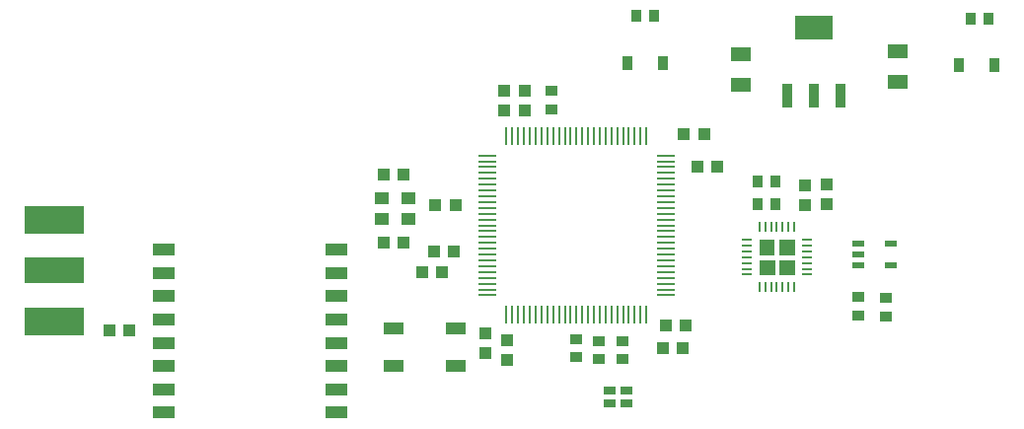
<source format=gbr>
%TF.GenerationSoftware,KiCad,Pcbnew,(6.0.8)*%
%TF.CreationDate,2022-10-11T12:40:35-07:00*%
%TF.ProjectId,Ground-Station-Telemetry,47726f75-6e64-42d5-9374-6174696f6e2d,rev?*%
%TF.SameCoordinates,Original*%
%TF.FileFunction,Paste,Top*%
%TF.FilePolarity,Positive*%
%FSLAX46Y46*%
G04 Gerber Fmt 4.6, Leading zero omitted, Abs format (unit mm)*
G04 Created by KiCad (PCBNEW (6.0.8)) date 2022-10-11 12:40:35*
%MOMM*%
%LPD*%
G01*
G04 APERTURE LIST*
%ADD10C,0.010000*%
%ADD11R,0.940000X1.020000*%
%ADD12R,0.965200X1.295400*%
%ADD13R,5.080000X2.286000*%
%ADD14R,5.080000X2.413000*%
%ADD15R,1.300000X1.100000*%
%ADD16R,1.950000X1.050000*%
%ADD17R,0.900000X0.254000*%
%ADD18R,0.254000X0.900000*%
%ADD19R,0.950000X2.150000*%
%ADD20R,3.250000X2.150000*%
%ADD21R,1.560000X0.280000*%
%ADD22R,0.280000X1.560000*%
%ADD23R,1.020000X0.940000*%
%ADD24R,0.979300X0.558800*%
%ADD25R,1.000000X0.800000*%
%ADD26R,1.100000X1.000000*%
%ADD27R,1.000000X1.100000*%
%ADD28R,1.778000X1.270000*%
%ADD29R,1.700000X0.990600*%
G04 APERTURE END LIST*
%TO.C,U3*%
G36*
X197486938Y-101068000D02*
G01*
X196237000Y-101068000D01*
X196237000Y-99818062D01*
X197486938Y-99818062D01*
X197486938Y-101068000D01*
G37*
D10*
X197486938Y-101068000D02*
X196237000Y-101068000D01*
X196237000Y-99818062D01*
X197486938Y-99818062D01*
X197486938Y-101068000D01*
G36*
X197486544Y-99318000D02*
G01*
X196237000Y-99318000D01*
X196237000Y-98065270D01*
X197486544Y-98065270D01*
X197486544Y-99318000D01*
G37*
X197486544Y-99318000D02*
X196237000Y-99318000D01*
X196237000Y-98065270D01*
X197486544Y-98065270D01*
X197486544Y-99318000D01*
G36*
X199239520Y-99318000D02*
G01*
X197987000Y-99318000D01*
X197987000Y-98065480D01*
X199239520Y-98065480D01*
X199239520Y-99318000D01*
G37*
X199239520Y-99318000D02*
X197987000Y-99318000D01*
X197987000Y-98065480D01*
X199239520Y-98065480D01*
X199239520Y-99318000D01*
G36*
X199239480Y-101068000D02*
G01*
X197987000Y-101068000D01*
X197987000Y-99818413D01*
X199239480Y-99818413D01*
X199239480Y-101068000D01*
G37*
X199239480Y-101068000D02*
X197987000Y-101068000D01*
X197987000Y-99818413D01*
X199239480Y-99818413D01*
X199239480Y-101068000D01*
%TD*%
D11*
%TO.C,R6*%
X214348000Y-79121000D03*
X215928000Y-79121000D03*
%TD*%
D12*
%TO.C,D2*%
X213360000Y-83058000D03*
X216408000Y-83058000D03*
%TD*%
D13*
%TO.C,AE1*%
X135699500Y-100711000D03*
D14*
X135699500Y-105092500D03*
X135699500Y-96329500D03*
%TD*%
D15*
%TO.C,Y1*%
X166139500Y-94477000D03*
X163839500Y-94477000D03*
X163839500Y-96277000D03*
X166139500Y-96277000D03*
%TD*%
D16*
%TO.C,U4*%
X159927000Y-112918000D03*
X159927000Y-110918000D03*
X159927000Y-108918000D03*
X159927000Y-106918000D03*
X159927000Y-104918000D03*
X159927000Y-102918000D03*
X159927000Y-100918000D03*
X159927000Y-98918000D03*
X145127000Y-98918000D03*
X145127000Y-100918000D03*
X145127000Y-102918000D03*
X145127000Y-104918000D03*
X145127000Y-106918000D03*
X145127000Y-108918000D03*
X145127000Y-110918000D03*
X145127000Y-112918000D03*
%TD*%
D17*
%TO.C,U3*%
X200327000Y-101068000D03*
X200327000Y-100568000D03*
X200327000Y-100068000D03*
X200327000Y-99568000D03*
X200327000Y-99068000D03*
X200327000Y-98568000D03*
X200327000Y-98068000D03*
D18*
X199237000Y-96978000D03*
X198737000Y-96978000D03*
X198237000Y-96978000D03*
X197737000Y-96978000D03*
X197237000Y-96978000D03*
X196737000Y-96978000D03*
X196237000Y-96978000D03*
D17*
X195147000Y-98068000D03*
X195147000Y-98568000D03*
X195147000Y-99068000D03*
X195147000Y-99568000D03*
X195147000Y-100068000D03*
X195147000Y-100568000D03*
X195147000Y-101068000D03*
D18*
X196237000Y-102158000D03*
X196737000Y-102158000D03*
X197237000Y-102158000D03*
X197737000Y-102158000D03*
X198237000Y-102158000D03*
X198737000Y-102158000D03*
X199237000Y-102158000D03*
%TD*%
D19*
%TO.C,U2*%
X198614000Y-85683000D03*
D20*
X200914000Y-79883000D03*
D19*
X200914000Y-85683000D03*
X203214000Y-85683000D03*
%TD*%
D21*
%TO.C,U1*%
X172860000Y-90841000D03*
X172860000Y-91341000D03*
X172860000Y-91841000D03*
X172860000Y-92341000D03*
X172860000Y-92841000D03*
X172860000Y-93341000D03*
X172860000Y-93841000D03*
X172860000Y-94341000D03*
X172860000Y-94841000D03*
X172860000Y-95341000D03*
X172860000Y-95841000D03*
X172860000Y-96341000D03*
X172860000Y-96841000D03*
X172860000Y-97341000D03*
X172860000Y-97841000D03*
X172860000Y-98341000D03*
X172860000Y-98841000D03*
X172860000Y-99341000D03*
X172860000Y-99841000D03*
X172860000Y-100341000D03*
X172860000Y-100841000D03*
X172860000Y-101341000D03*
X172860000Y-101841000D03*
X172860000Y-102341000D03*
X172860000Y-102841000D03*
D22*
X174540000Y-104521000D03*
X175040000Y-104521000D03*
X175540000Y-104521000D03*
X176040000Y-104521000D03*
X176540000Y-104521000D03*
X177040000Y-104521000D03*
X177540000Y-104521000D03*
X178040000Y-104521000D03*
X178540000Y-104521000D03*
X179040000Y-104521000D03*
X179540000Y-104521000D03*
X180040000Y-104521000D03*
X180540000Y-104521000D03*
X181040000Y-104521000D03*
X181540000Y-104521000D03*
X182040000Y-104521000D03*
X182540000Y-104521000D03*
X183040000Y-104521000D03*
X183540000Y-104521000D03*
X184040000Y-104521000D03*
X184540000Y-104521000D03*
X185040000Y-104521000D03*
X185540000Y-104521000D03*
X186040000Y-104521000D03*
X186540000Y-104521000D03*
D21*
X188220000Y-102841000D03*
X188220000Y-102341000D03*
X188220000Y-101841000D03*
X188220000Y-101341000D03*
X188220000Y-100841000D03*
X188220000Y-100341000D03*
X188220000Y-99841000D03*
X188220000Y-99341000D03*
X188220000Y-98841000D03*
X188220000Y-98341000D03*
X188220000Y-97841000D03*
X188220000Y-97341000D03*
X188220000Y-96841000D03*
X188220000Y-96341000D03*
X188220000Y-95841000D03*
X188220000Y-95341000D03*
X188220000Y-94841000D03*
X188220000Y-94341000D03*
X188220000Y-93841000D03*
X188220000Y-93341000D03*
X188220000Y-92841000D03*
X188220000Y-92341000D03*
X188220000Y-91841000D03*
X188220000Y-91341000D03*
X188220000Y-90841000D03*
D22*
X186540000Y-89161000D03*
X186040000Y-89161000D03*
X185540000Y-89161000D03*
X185040000Y-89161000D03*
X184540000Y-89161000D03*
X184040000Y-89161000D03*
X183540000Y-89161000D03*
X183040000Y-89161000D03*
X182540000Y-89161000D03*
X182040000Y-89161000D03*
X181540000Y-89161000D03*
X181040000Y-89161000D03*
X180540000Y-89161000D03*
X180040000Y-89161000D03*
X179540000Y-89161000D03*
X179040000Y-89161000D03*
X178540000Y-89161000D03*
X178040000Y-89161000D03*
X177540000Y-89161000D03*
X177040000Y-89161000D03*
X176540000Y-89161000D03*
X176040000Y-89161000D03*
X175540000Y-89161000D03*
X175040000Y-89161000D03*
X174540000Y-89161000D03*
%TD*%
D11*
%TO.C,R9*%
X196060000Y-94996000D03*
X197640000Y-94996000D03*
%TD*%
%TO.C,R8*%
X196060000Y-93091000D03*
X197640000Y-93091000D03*
%TD*%
%TO.C,R7*%
X185646000Y-78867000D03*
X187226000Y-78867000D03*
%TD*%
D23*
%TO.C,R5*%
X204724000Y-104549000D03*
X204724000Y-102969000D03*
%TD*%
%TO.C,R4*%
X207137000Y-104676000D03*
X207137000Y-103096000D03*
%TD*%
%TO.C,R3*%
X180543200Y-108181200D03*
X180543200Y-106601200D03*
%TD*%
%TO.C,R2*%
X184454800Y-106753600D03*
X184454800Y-108333600D03*
%TD*%
%TO.C,R1*%
X182422800Y-106753600D03*
X182422800Y-108333600D03*
%TD*%
%TO.C,J1*%
X178435000Y-85316000D03*
X178435000Y-86896000D03*
%TD*%
D24*
%TO.C,D4*%
X204753052Y-98363999D03*
X204753052Y-99314000D03*
X204753052Y-100264001D03*
X207484948Y-100264001D03*
X207484948Y-98363999D03*
%TD*%
D12*
%TO.C,D3*%
X184912000Y-82931000D03*
X187960000Y-82931000D03*
%TD*%
D25*
%TO.C,D1*%
X183349200Y-111057600D03*
X184849200Y-111057600D03*
X184849200Y-112157600D03*
X183349200Y-112157600D03*
%TD*%
D26*
%TO.C,C18*%
X142175600Y-105867200D03*
X140475600Y-105867200D03*
%TD*%
D27*
%TO.C,C17*%
X200152000Y-95084000D03*
X200152000Y-93384000D03*
%TD*%
%TO.C,C16*%
X202031600Y-95033200D03*
X202031600Y-93333200D03*
%TD*%
D26*
%TO.C,C15*%
X168998000Y-100838000D03*
X167298000Y-100838000D03*
%TD*%
%TO.C,C14*%
X170014000Y-99060000D03*
X168314000Y-99060000D03*
%TD*%
%TO.C,C13*%
X163996000Y-98298000D03*
X165696000Y-98298000D03*
%TD*%
%TO.C,C12*%
X189777000Y-89027000D03*
X191477000Y-89027000D03*
%TD*%
%TO.C,C11*%
X170141000Y-95123000D03*
X168441000Y-95123000D03*
%TD*%
D27*
%TO.C,C10*%
X174371000Y-86956000D03*
X174371000Y-85256000D03*
%TD*%
%TO.C,C9*%
X174625000Y-106719000D03*
X174625000Y-108419000D03*
%TD*%
D26*
%TO.C,C8*%
X163996000Y-92456000D03*
X165696000Y-92456000D03*
%TD*%
D27*
%TO.C,C6*%
X176149000Y-86956000D03*
X176149000Y-85256000D03*
%TD*%
D26*
%TO.C,C5*%
X188227600Y-105410000D03*
X189927600Y-105410000D03*
%TD*%
D28*
%TO.C,C7*%
X194614800Y-84785200D03*
X194614800Y-82143600D03*
%TD*%
%TO.C,C4*%
X208153000Y-81864200D03*
X208153000Y-84505800D03*
%TD*%
D26*
%TO.C,C3*%
X190920000Y-91821000D03*
X192620000Y-91821000D03*
%TD*%
%TO.C,C2*%
X187922800Y-107340400D03*
X189622800Y-107340400D03*
%TD*%
D27*
%TO.C,C1*%
X172720000Y-106084000D03*
X172720000Y-107784000D03*
%TD*%
D29*
%TO.C,B1*%
X170213000Y-108914999D03*
X164813000Y-108914999D03*
X170213000Y-105715001D03*
X164813000Y-105715001D03*
%TD*%
M02*

</source>
